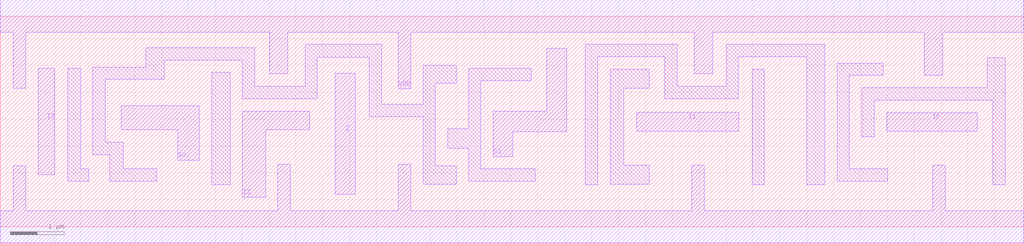
<source format=lef>
# Copyright 2022 GlobalFoundries PDK Authors
#
# Licensed under the Apache License, Version 2.0 (the "License");
# you may not use this file except in compliance with the License.
# You may obtain a copy of the License at
#
#      http://www.apache.org/licenses/LICENSE-2.0
#
# Unless required by applicable law or agreed to in writing, software
# distributed under the License is distributed on an "AS IS" BASIS,
# WITHOUT WARRANTIES OR CONDITIONS OF ANY KIND, either express or implied.
# See the License for the specific language governing permissions and
# limitations under the License.

MACRO gf180mcu_fd_sc_mcu7t5v0__mux4_2
  CLASS core ;
  FOREIGN gf180mcu_fd_sc_mcu7t5v0__mux4_2 0.0 0.0 ;
  ORIGIN 0 0 ;
  SYMMETRY X Y ;
  SITE GF018hv5v_mcu_sc7 ;
  SIZE 19.04 BY 3.92 ;
  PIN I0
    DIRECTION INPUT ;
    ANTENNAGATEAREA 0.5165 ;
    PORT
      LAYER Metal1 ;
        POLYGON 16.485 1.78 16.51 1.78 18.175 1.78 18.175 2.12 16.51 2.12 16.485 2.12  ;
    END
  END I0
  PIN I1
    DIRECTION INPUT ;
    ANTENNAGATEAREA 0.5165 ;
    PORT
      LAYER Metal1 ;
        POLYGON 11.835 1.78 13.735 1.78 13.735 2.13 11.835 2.13  ;
    END
  END I1
  PIN I2
    DIRECTION INPUT ;
    ANTENNAGATEAREA 0.618 ;
    PORT
      LAYER Metal1 ;
        POLYGON 0.705 0.97 1.01 0.97 1.01 2.95 0.705 2.95  ;
    END
  END I2
  PIN I3
    DIRECTION INPUT ;
    ANTENNAGATEAREA 0.618 ;
    PORT
      LAYER Metal1 ;
        POLYGON 4.505 0.55 4.935 0.55 4.935 1.8 5.755 1.8 5.755 2.15 4.505 2.15  ;
    END
  END I3
  PIN S0
    DIRECTION INPUT ;
    ANTENNAGATEAREA 1.651 ;
    PORT
      LAYER Metal1 ;
        POLYGON 2.255 1.8 3.3 1.8 3.3 1.24 3.7 1.24 3.7 2.25 2.255 2.25  ;
    END
  END S0
  PIN S1
    DIRECTION INPUT ;
    ANTENNAGATEAREA 1.033 ;
    PORT
      LAYER Metal1 ;
        POLYGON 9.17 1.305 9.535 1.305 9.535 1.77 9.95 1.77 10.535 1.77 10.535 3.32 10.165 3.32 10.165 2.15 9.95 2.15 9.17 2.15  ;
    END
  END S1
  PIN Z
    DIRECTION OUTPUT ;
    ANTENNADIFFAREA 0.7592 ;
    PORT
      LAYER Metal1 ;
        POLYGON 6.23 0.6 6.6 0.6 6.6 2.855 6.23 2.855  ;
    END
  END Z
  PIN VDD
    DIRECTION INOUT ;
    USE power ;
    SHAPE ABUTMENT ;
    PORT
      LAYER Metal1 ;
        POLYGON 0 3.62 0.245 3.62 0.245 2.575 0.475 2.575 0.475 3.62 1.65 3.62 5.01 3.62 5.01 2.845 5.35 2.845 5.35 3.62 7.405 3.62 7.405 2.57 7.635 2.57 7.635 3.62 8.48 3.62 9.95 3.62 12.905 3.62 12.905 2.845 13.25 2.845 13.25 3.62 15.335 3.62 17.19 3.62 17.19 2.815 17.53 2.815 17.53 3.62 18.695 3.62 19.04 3.62 19.04 4.22 18.695 4.22 15.335 4.22 9.95 4.22 8.48 4.22 1.65 4.22 0 4.22  ;
    END
  END VDD
  PIN VSS
    DIRECTION INOUT ;
    USE ground ;
    SHAPE ABUTMENT ;
    PORT
      LAYER Metal1 ;
        POLYGON 0 -0.3 19.04 -0.3 19.04 0.3 17.575 0.3 17.575 1.145 17.345 1.145 17.345 0.3 13.095 0.3 13.095 1.145 12.865 1.145 12.865 0.3 7.635 0.3 7.635 1.16 7.405 1.16 7.405 0.3 5.395 0.3 5.395 1.16 5.165 1.16 5.165 0.3 0.475 0.3 0.475 1.13 0.245 1.13 0.245 0.3 0 0.3  ;
    END
  END VSS
  OBS
      LAYER Metal1 ;
        POLYGON 1.26 0.845 1.65 0.845 1.65 1.075 1.495 1.075 1.495 2.95 1.26 2.95  ;
        POLYGON 3.93 0.78 4.275 0.78 4.275 2.87 3.93 2.87  ;
        POLYGON 8.095 2.665 8.48 2.665 8.48 3.005 7.865 3.005 7.865 2.275 7.095 2.275 7.095 3.39 5.67 3.39 5.67 2.615 4.735 2.615 4.735 3.33 2.71 3.33 2.71 2.97 1.725 2.97 1.725 1.34 2.04 1.34 2.04 0.845 2.91 0.845 2.91 1.075 2.29 1.075 2.29 1.57 1.955 1.57 1.955 2.74 3.05 2.74 3.05 3.1 4.505 3.1 4.505 2.38 5.9 2.38 5.9 3.155 6.865 3.155 6.865 2.045 7.865 2.045 7.865 0.79 8.48 0.79 8.48 1.13 8.095 1.13  ;
        POLYGON 8.325 1.46 8.71 1.46 8.71 0.845 9.95 0.845 9.95 1.075 8.94 1.075 8.94 2.72 9.88 2.72 9.88 2.95 8.71 2.95 8.71 1.82 8.325 1.82  ;
        POLYGON 11.595 2.575 12.075 2.575 12.075 2.925 11.345 2.925 11.345 0.795 12.075 0.795 12.075 1.145 11.595 1.145  ;
        POLYGON 13.985 0.78 14.215 0.78 14.215 2.925 13.985 2.925  ;
        POLYGON 10.885 0.78 11.115 0.78 11.115 3.16 12.36 3.16 12.36 2.38 13.73 2.38 13.73 3.16 15.005 3.16 15.005 0.78 15.335 0.78 15.335 3.39 13.5 3.39 13.5 2.615 12.59 2.615 12.59 3.39 10.885 3.39  ;
        POLYGON 15.565 0.85 16.51 0.85 16.51 1.08 15.795 1.08 15.795 2.815 16.425 2.815 16.425 3.045 15.565 3.045  ;
        POLYGON 16.025 1.675 16.255 1.675 16.255 2.355 18.465 2.355 18.465 0.78 18.695 0.78 18.695 3.14 18.36 3.14 18.36 2.585 16.025 2.585  ;
  END
END gf180mcu_fd_sc_mcu7t5v0__mux4_2

</source>
